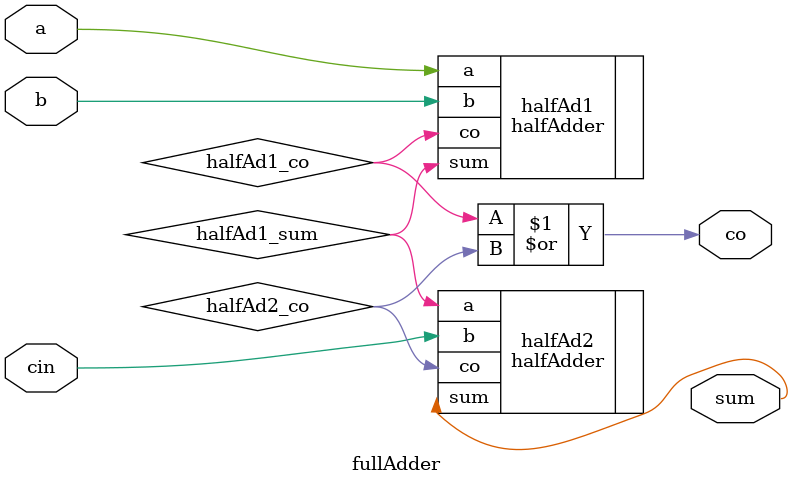
<source format=v>
module fullAdder(
    input a, b, cin,
    output sum, co
    );

    wire halfAd1_sum;
    wire halfAd1_co;
    wire halfAd2_co;

    halfAdder halfAd1 (
        .a(a),
        .b(b),
        .sum(halfAd1_sum),
        .co(halfAd1_co)
    );

    halfAdder halfAd2 (
        .a(halfAd1_sum),
        .b(cin),
        .sum(sum),
        .co(halfAd2_co)
    );

    assign co = halfAd1_co | halfAd2_co;
endmodule

</source>
